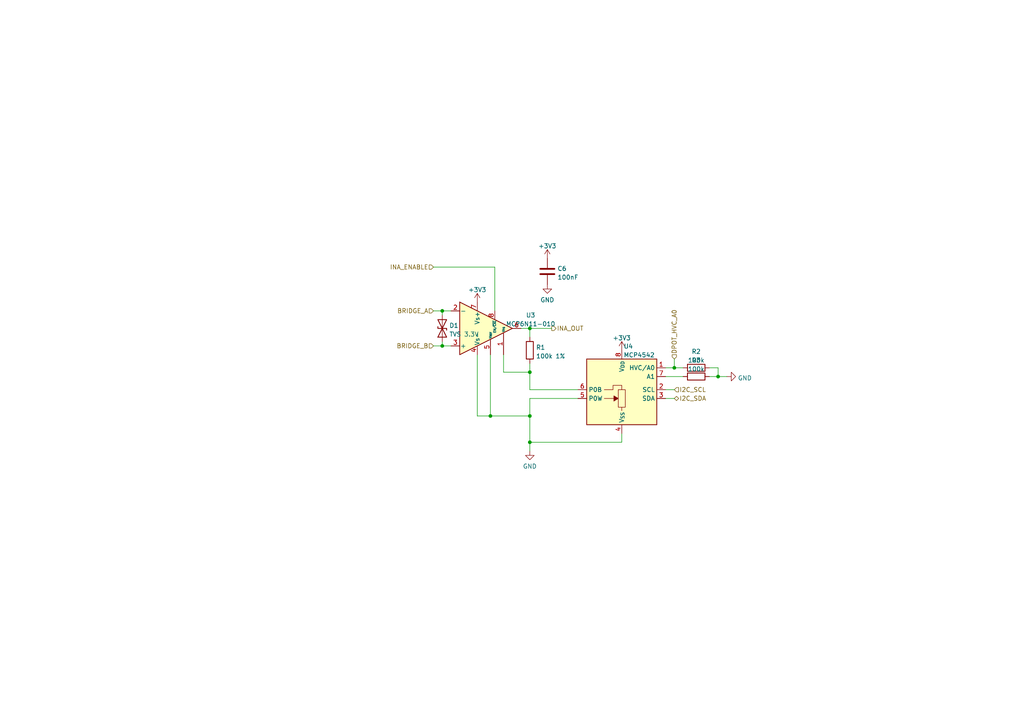
<source format=kicad_sch>
(kicad_sch (version 20211123) (generator eeschema)
  (paper "A4")
  (lib_symbols
    (symbol "Device:C" (pin_numbers hide) (pin_names (offset 0.254))
      (property "Reference" "C" (at 0.635 2.54 0))
      (property "Value" "C" (at 0.635 -2.54 0))
      (symbol "C_0_1"
        (polyline (pts (xy -2.032 -0.762) (xy 2.032 -0.762)) (stroke (width 0.508)))
        (polyline (pts (xy -2.032 0.762) (xy 2.032 0.762)) (stroke (width 0.508)))
      )
      (symbol "C_1_1"
        (pin passive line (at 0 3.81 270) (length 2.794) (name "~") (number "1"))
        (pin passive line (at 0 -3.81 90) (length 2.794) (name "~") (number "2"))
      )
    )
    (symbol "Device:D_TVS" (pin_numbers hide) (pin_names (offset 1.016) hide)
      (property "Reference" "D" (at 0 2.54 0))
      (property "Value" "D_TVS" (at 0 -2.54 0))
      (symbol "D_TVS_0_1"
        (polyline (pts (xy 1.27 0) (xy -1.27 0)))
        (polyline (pts (xy 0.508 1.27) (xy 0 1.27) (xy 0 -1.27) (xy -0.508 -1.27)) (stroke (width 0.254)))
        (polyline (pts (xy -2.54 1.27) (xy -2.54 -1.27) (xy 2.54 1.27) (xy 2.54 -1.27) (xy -2.54 1.27)) (stroke (width 0.254)))
      )
      (symbol "D_TVS_1_1"
        (pin passive line (at -3.81 0 0) (length 2.54) (name "A1") (number "1"))
        (pin passive line (at 3.81 0 180) (length 2.54) (name "A2") (number "2"))
      )
    )
    (symbol "Device:R" (pin_numbers hide) (pin_names (offset 0))
      (property "Reference" "R" (at 2.032 0 90))
      (property "Value" "R" (at 0 0 90))
      (symbol "R_0_1"
        (rectangle (start -1.016 -2.54) (end 1.016 2.54) (stroke (width 0.254)))
      )
      (symbol "R_1_1"
        (pin passive line (at 0 3.81 270) (length 1.27) (name "~") (number "1"))
        (pin passive line (at 0 -3.81 90) (length 1.27) (name "~") (number "2"))
      )
    )
    (symbol "custom:MCP4542"
      (property "Reference" "U" (at 3.81 12.7 0))
      (property "Value" "MCP4542" (at 1.27 15.24 0))
      (symbol "MCP4542_0_1"
        (polyline (pts (xy 0 0) (xy 0 -1.016)))
        (polyline (pts (xy 5.08 5.08) (xy 2.54 5.08) (xy 2.54 6.35) (xy 0 6.35) (xy 0 5.08)))
      )
      (symbol "MCP4542_1_1"
        (rectangle (start -10.16 13.97) (end 10.16 -5.08) (stroke (width 0.254)) (fill (type background)))
        (polyline (pts (xy 5.08 2.54) (xy 2.286 2.54)))
        (polyline (pts (xy 2.286 1.778) (xy 2.286 3.302) (xy 1.016 2.54) (xy 2.286 1.778)) (fill (type outline)))
        (rectangle (start 1.016 0) (end -1.016 5.08))
        (pin input line (at -12.7 11.43 0) (length 2.54) (name "HVC/A0") (number "1"))
        (pin input line (at -12.7 5.08 0) (length 2.54) (name "SCL") (number "2"))
        (pin bidirectional line (at -12.7 2.54 0) (length 2.54) (name "SDA") (number "3"))
        (pin power_in line (at 0 -7.62 90) (length 2.54) (name "V_{SS}") (number "4"))
        (pin passive line (at 12.7 2.54 180) (length 2.54) (name "P0W") (number "5"))
        (pin passive line (at 12.7 5.08 180) (length 2.54) (name "P0B") (number "6"))
        (pin input line (at -12.7 8.89 0) (length 2.54) (name "A1") (number "7"))
        (pin power_in line (at 0 16.51 270) (length 2.54) (name "V_{DD}") (number "8"))
      )
    )
    (symbol "custom:MCP6N11" (pin_names (offset 0.127))
      (property "Reference" "U" (at 3.81 7.62 0))
      (property "Value" "MCP6N11" (at 11.43 5.08 0))
      (symbol "MCP6N11_0_1"
        (polyline (pts (xy -7.62 7.62) (xy -7.62 -7.62) (xy 7.62 0) (xy -7.62 7.62)) (stroke (width 0.254)) (fill (type background)))
      )
      (symbol "MCP6N11_1_1"
        (pin passive line (at 5.08 -7.62 90) (length 6.35) (name "V_{FG}") (number "1"))
        (pin input line (at -10.16 5.08 0) (length 2.54) (name "-") (number "2"))
        (pin input line (at -10.16 -5.08 0) (length 2.54) (name "+") (number "3"))
        (pin power_in line (at -2.54 -7.62 90) (length 2.54) (name "Vs-") (number "4"))
        (pin input line (at 1.27 -7.62 90) (length 4.445) (name "V_{REF}") (number "5"))
        (pin output line (at 10.16 0 180) (length 2.54) (name "~") (number "6"))
        (pin power_in line (at -2.54 7.62 270) (length 2.54) (name "Vs+") (number "7"))
        (pin input line (at 2.54 5.08 270) (length 2.54) (name "EN/~{CAL}") (number "8"))
      )
    )
    (symbol "power:+3.3V" (power) (pin_names (offset 0))
      (property "Value" "+3.3V" (at 0 3.556 0))
      (symbol "+3.3V_0_1"
        (polyline (pts (xy -0.762 1.27) (xy 0 2.54)))
        (polyline (pts (xy 0 0) (xy 0 2.54)))
        (polyline (pts (xy 0 2.54) (xy 0.762 1.27)))
      )
      (symbol "+3.3V_1_1"
        (pin power_in line (at 0 0 90) (length 0) hide (name "+3V3") (number "1"))
      )
    )
    (symbol "power:GND" (power) (pin_names (offset 0))
      (property "Value" "GND" (at 0 -3.81 0))
      (symbol "GND_0_1"
        (polyline (pts (xy 0 0) (xy 0 -1.27) (xy 1.27 -1.27) (xy 0 -2.54) (xy -1.27 -1.27) (xy 0 -1.27)))
      )
      (symbol "GND_1_1"
        (pin power_in line (at 0 0 270) (length 0) hide (name "GND") (number "1"))
      )
    )
  )
  (junction (at 208.28 109.22))
  (junction (at 153.67 95.25))
  (junction (at 128.27 100.33))
  (junction (at 153.67 120.65))
  (junction (at 128.27 90.17))
  (junction (at 153.67 128.27))
  (junction (at 142.24 120.65))
  (junction (at 195.58 106.68))
  (junction (at 153.67 107.95))
  (wire (pts (xy 195.58 104.14) (xy 195.58 106.68)))
  (wire (pts (xy 128.27 99.06) (xy 128.27 100.33)))
  (wire (pts (xy 142.24 102.87) (xy 142.24 120.65)))
  (wire (pts (xy 138.43 120.65) (xy 142.24 120.65)))
  (wire (pts (xy 142.24 120.65) (xy 153.67 120.65)))
  (wire (pts (xy 193.04 115.57) (xy 195.58 115.57)))
  (wire (pts (xy 205.74 109.22) (xy 208.28 109.22)))
  (wire (pts (xy 128.27 100.33) (xy 130.81 100.33)))
  (wire (pts (xy 153.67 95.25) (xy 160.02 95.25)))
  (wire (pts (xy 180.34 128.27) (xy 153.67 128.27)))
  (wire (pts (xy 153.67 128.27) (xy 153.67 130.81)))
  (wire (pts (xy 153.67 107.95) (xy 153.67 113.03)))
  (wire (pts (xy 153.67 115.57) (xy 153.67 120.65)))
  (wire (pts (xy 128.27 90.17) (xy 128.27 91.44)))
  (wire (pts (xy 205.74 106.68) (xy 208.28 106.68)))
  (wire (pts (xy 125.73 90.17) (xy 128.27 90.17)))
  (wire (pts (xy 193.04 109.22) (xy 198.12 109.22)))
  (wire (pts (xy 193.04 106.68) (xy 195.58 106.68)))
  (wire (pts (xy 167.64 115.57) (xy 153.67 115.57)))
  (wire (pts (xy 153.67 107.95) (xy 153.67 105.41)))
  (wire (pts (xy 146.05 107.95) (xy 153.67 107.95)))
  (wire (pts (xy 167.64 113.03) (xy 153.67 113.03)))
  (wire (pts (xy 125.73 77.47) (xy 143.51 77.47)))
  (wire (pts (xy 180.34 125.73) (xy 180.34 128.27)))
  (wire (pts (xy 151.13 95.25) (xy 153.67 95.25)))
  (wire (pts (xy 195.58 106.68) (xy 198.12 106.68)))
  (wire (pts (xy 208.28 106.68) (xy 208.28 109.22)))
  (wire (pts (xy 125.73 100.33) (xy 128.27 100.33)))
  (wire (pts (xy 146.05 102.87) (xy 146.05 107.95)))
  (wire (pts (xy 138.43 102.87) (xy 138.43 120.65)))
  (wire (pts (xy 208.28 109.22) (xy 210.82 109.22)))
  (wire (pts (xy 193.04 113.03) (xy 195.58 113.03)))
  (wire (pts (xy 153.67 97.79) (xy 153.67 95.25)))
  (wire (pts (xy 128.27 90.17) (xy 130.81 90.17)))
  (wire (pts (xy 153.67 120.65) (xy 153.67 128.27)))
  (wire (pts (xy 143.51 77.47) (xy 143.51 90.17)))
  (hierarchical_label "BRIDGE_B" (shape input) (at 125.73 100.33 180))
  (hierarchical_label "I2C_SDA" (shape bidirectional) (at 195.58 115.57 0))
  (hierarchical_label "INA_OUT" (shape output) (at 160.02 95.25 0))
  (hierarchical_label "BRIDGE_A" (shape input) (at 125.73 90.17 180))
  (hierarchical_label "DPOT_HVC_A0" (shape input) (at 195.58 104.14 90))
  (hierarchical_label "INA_ENABLE" (shape input) (at 125.73 77.47 180))
  (hierarchical_label "I2C_SCL" (shape input) (at 195.58 113.03 0))
  (symbol (lib_id "Device:R") (at 201.93 106.68 90) (unit 1)
    (property "Reference" "R2" (at 201.93 101.9642 90))
    (property "Value" "100k" (at 201.93 104.5011 90))
    (property "Footprint" "Resistor_SMD:R_0603_1608Metric_Pad0.98x0.95mm_HandSolder" (effects hide))
  )
  (symbol (lib_id "Device:R") (at 153.67 101.6 0) (unit 1)
    (property "Reference" "R1" (at 155.448 100.7653 0) (effects (justify left)))
    (property "Value" "100k 1%" (at 155.448 103.3022 0) (effects (justify left)))
    (property "Footprint" "Resistor_SMD:R_0603_1608Metric_Pad0.98x0.95mm_HandSolder" (effects hide))
  )
  (symbol (lib_id "power:+3.3V") (at 138.43 87.63 0) (unit 1)
    (property "Reference" "#PWR0115" (effects hide))
    (property "Value" "+3.3V" (at 138.43 84.0542 0))
  )
  (symbol (lib_id "custom:MCP4542") (at 180.34 118.11 0) (mirror y) (unit 1)
    (property "Reference" "U4" (at 180.8606 100.4402 0) (effects (justify right)))
    (property "Value" "MCP4542" (at 180.8606 102.9771 0) (effects (justify right)))
    (property "Footprint" "Package_SO:MSOP-8_3x3mm_P0.65mm" (effects hide))
    (property "Datasheet" "http://ww1.microchip.com/downloads/en/DeviceDoc/22147a.pdf" (effects hide))
    (property "MPN" "MCP4542-103E/MS" (effects hide))
  )
  (symbol (lib_id "custom:MCP6N11") (at 140.97 95.25 0) (unit 1)
    (property "Reference" "U3" (at 153.9066 91.4233 0))
    (property "Value" "MCP6N11-010" (at 153.9066 93.9602 0))
    (property "Footprint" "Package_SO:SOIC-8_3.9x4.9mm_P1.27mm" (effects hide))
    (property "Datasheet" "https://www.mouser.de/datasheet/2/268/25073A-75155.pdf" (effects hide))
    (property "MPN" "MCP6N11-010" (effects hide))
  )
  (symbol (lib_id "power:GND") (at 210.82 109.22 90) (unit 1)
    (property "Reference" "#PWR0121" (effects hide))
    (property "Value" "GND" (at 213.995 109.6538 90) (effects (justify right)))
  )
  (symbol (lib_id "power:+3.3V") (at 158.75 74.93 0) (unit 1)
    (property "Reference" "#PWR0114" (effects hide))
    (property "Value" "+3.3V" (at 158.75 71.3542 0))
  )
  (symbol (lib_id "power:+3.3V") (at 180.34 101.6 0) (unit 1)
    (property "Reference" "#PWR0120" (effects hide))
    (property "Value" "+3.3V" (at 180.34 98.0242 0))
  )
  (symbol (lib_id "Device:C") (at 158.75 78.74 0) (unit 1)
    (property "Reference" "C6" (at 161.671 77.9053 0) (effects (justify left)))
    (property "Value" "100nF" (at 161.671 80.4422 0) (effects (justify left)))
    (property "Footprint" "Capacitor_SMD:C_0603_1608Metric_Pad1.08x0.95mm_HandSolder" (effects hide))
  )
  (symbol (lib_id "power:GND") (at 153.67 130.81 0) (unit 1)
    (property "Reference" "#PWR0122" (effects hide))
    (property "Value" "GND" (at 153.67 135.2534 0))
  )
  (symbol (lib_id "Device:R") (at 201.93 109.22 90) (unit 1)
    (property "Reference" "R3" (at 201.93 104.5042 90))
    (property "Value" "100k" (at 201.93 107.0411 90))
    (property "Footprint" "Resistor_SMD:R_0603_1608Metric_Pad0.98x0.95mm_HandSolder" (effects hide))
  )
  (symbol (lib_id "Device:D_TVS") (at 128.27 95.25 90) (unit 1)
    (property "Reference" "D1" (at 130.302 94.4153 90) (effects (justify right)))
    (property "Value" "TVS 3.3V" (at 130.302 96.9522 90) (effects (justify right)))
    (property "Footprint" "Diode_SMD:D_SOD-323_HandSoldering" (effects hide))
    (property "MPN" "CDSOD323-T03" (effects hide))
  )
  (symbol (lib_id "power:GND") (at 158.75 82.55 0) (unit 1)
    (property "Reference" "#PWR0113" (effects hide))
    (property "Value" "GND" (at 158.75 86.9934 0))
  )
)
</source>
